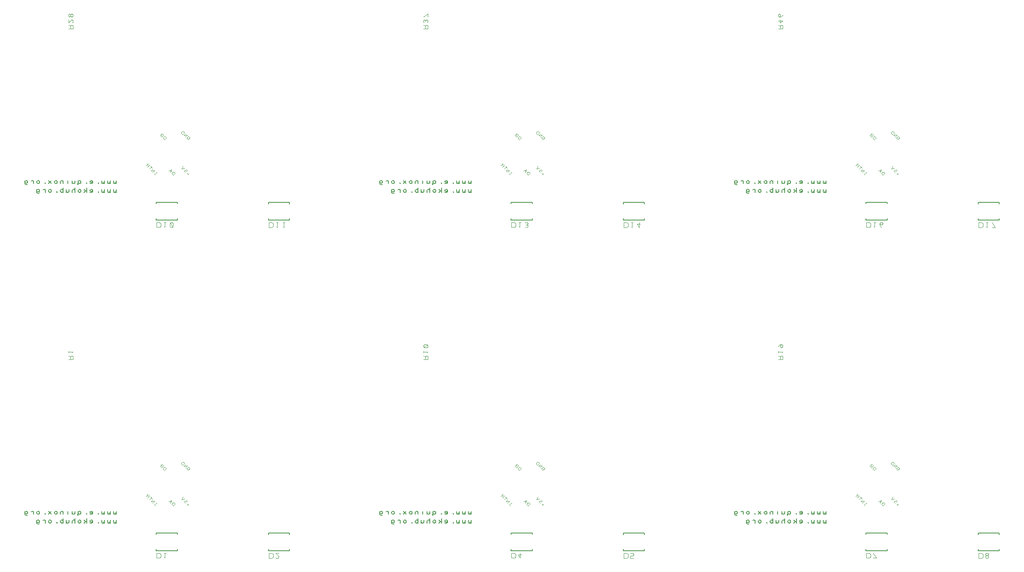
<source format=gbr>
%FSLAX23Y23*%
%MOIN*%
G04 EasyPC Gerber Version 14.0.2 Build 2922 *
%ADD113C,0.00400*%
%ADD112C,0.00448*%
%ADD110C,0.00480*%
%ADD111C,0.00600*%
%ADD109C,0.00750*%
X0Y0D02*
D02*
D109*
X804Y484D02*
Y463D01*
X801Y459*
X794*
X791Y463*
Y472*
Y463D02*
X788Y459D01*
X782*
X779Y463*
Y484*
X754D02*
Y463D01*
X751Y459*
X744*
X741Y463*
Y472*
Y463D02*
X738Y459D01*
X732*
X729Y463*
Y484*
X704D02*
Y463D01*
X701Y459*
X694*
X691Y463*
Y472*
Y463D02*
X688Y459D01*
X682*
X679Y463*
Y484*
X651Y459D02*
X648Y463D01*
X651Y466*
X654Y463*
X651Y459*
X579Y463D02*
X582Y459D01*
X588*
X594*
X601Y463*
X604Y469*
Y478*
X601Y481*
X594Y484*
X588*
X582Y481*
X579Y478*
Y475*
X582Y472*
X588Y469*
X594*
X601Y472*
X604Y475*
X554Y459D02*
Y497D01*
Y472D02*
X544D01*
X529Y484*
X544Y472D02*
X529Y459D01*
X504Y469D02*
X501Y463D01*
X494Y459*
X488*
X482Y463*
X479Y469*
Y475*
X482Y481*
X488Y484*
X494*
X501Y481*
X504Y475*
Y469*
X454Y459D02*
Y497D01*
Y475D02*
X451Y481D01*
X444Y484*
X438*
X432Y481*
X429Y475*
Y459*
X404Y484D02*
Y469D01*
X401Y463*
X394Y459*
X388*
X382Y463*
X379Y469*
Y484D02*
Y459D01*
X354Y469D02*
X351Y463D01*
X344Y459*
X338*
X332Y463*
X329Y469*
Y475*
X332Y481*
X338Y484*
X344*
X351Y481*
X354Y475*
Y459D02*
Y497D01*
X301Y459D02*
X297Y463D01*
X301Y466*
X304Y463*
X301Y459*
X254Y469D02*
X251Y463D01*
X244Y459*
X238*
X232Y463*
X229Y469*
Y475*
X232Y481*
X238Y484*
X244*
X251Y481*
X254Y475*
Y469*
X204Y459D02*
Y484D01*
Y475D02*
X201Y481D01*
X194Y484*
X188*
X182Y481*
X129Y475D02*
X132Y481D01*
X138Y484*
X144*
X151Y481*
X154Y475*
Y472*
X151Y466*
X144Y463*
X138*
X132Y466*
X129Y472*
Y484D02*
Y459D01*
X132Y453*
X138Y450*
X147*
X154Y453*
X804Y559D02*
Y538D01*
X801Y534*
X794*
X791Y538*
Y547*
Y538D02*
X788Y534D01*
X782*
X779Y538*
Y559*
X754D02*
Y538D01*
X751Y534*
X744*
X741Y538*
Y547*
Y538D02*
X738Y534D01*
X732*
X729Y538*
Y559*
X704D02*
Y538D01*
X701Y534*
X694*
X691Y538*
Y547*
Y538D02*
X688Y534D01*
X682*
X679Y538*
Y559*
X651Y534D02*
X648Y538D01*
X651Y541*
X654Y538*
X651Y534*
X579Y538D02*
X582Y534D01*
X588*
X594*
X601Y538*
X604Y544*
Y553*
X601Y556*
X594Y559*
X588*
X582Y556*
X579Y553*
Y550*
X582Y547*
X588Y544*
X594*
X601Y547*
X604Y550*
X551Y534D02*
X548Y538D01*
X551Y541*
X554Y538*
X551Y534*
X479Y550D02*
X482Y556D01*
X488Y559*
X494*
X501Y556*
X504Y550*
Y544*
X501Y538*
X494Y534*
X488*
X482Y538*
X479Y544*
Y559D02*
Y525D01*
X473Y531*
X454Y559D02*
Y544D01*
X451Y538*
X444Y534*
X438*
X432Y538*
X429Y544*
Y559D02*
Y534D01*
X391D02*
Y559D01*
Y569D02*
X354Y534*
Y559D01*
Y550D02*
X351Y556D01*
X344Y559*
X338*
X332Y556*
X329Y550*
Y534*
X304Y544D02*
X301Y538D01*
X294Y534*
X288*
X282Y538*
X279Y544*
Y550*
X282Y556*
X288Y559*
X294*
X301Y556*
X304Y550*
Y544*
X254Y534D02*
X229Y559D01*
Y534D02*
X254Y559D01*
X201Y534D02*
X198Y538D01*
X201Y541*
X204Y538*
X201Y534*
X154Y544D02*
X151Y538D01*
X144Y534*
X138*
X132Y538*
X129Y544*
Y550*
X132Y556*
X138Y559*
X144*
X151Y556*
X154Y550*
Y544*
X104Y534D02*
Y559D01*
Y550D02*
X101Y556D01*
X94Y559*
X88*
X82Y556*
X29Y550D02*
X32Y556D01*
X38Y559*
X44*
X51Y556*
X54Y550*
Y547*
X51Y541*
X44Y538*
X38*
X32Y541*
X29Y547*
Y559D02*
Y534D01*
X32Y528*
X38Y525*
X48*
X54Y528*
X804Y3284D02*
Y3263D01*
X801Y3259*
X794*
X791Y3263*
Y3272*
Y3263D02*
X788Y3259D01*
X782*
X779Y3263*
Y3284*
X754D02*
Y3263D01*
X751Y3259*
X744*
X741Y3263*
Y3272*
Y3263D02*
X738Y3259D01*
X732*
X729Y3263*
Y3284*
X704D02*
Y3263D01*
X701Y3259*
X694*
X691Y3263*
Y3272*
Y3263D02*
X688Y3259D01*
X682*
X679Y3263*
Y3284*
X651Y3259D02*
X648Y3263D01*
X651Y3266*
X654Y3263*
X651Y3259*
X579Y3263D02*
X582Y3259D01*
X588*
X594*
X601Y3263*
X604Y3269*
Y3278*
X601Y3281*
X594Y3284*
X588*
X582Y3281*
X579Y3278*
Y3275*
X582Y3272*
X588Y3269*
X594*
X601Y3272*
X604Y3275*
X554Y3259D02*
Y3297D01*
Y3272D02*
X544D01*
X529Y3284*
X544Y3272D02*
X529Y3259D01*
X504Y3269D02*
X501Y3263D01*
X494Y3259*
X488*
X482Y3263*
X479Y3269*
Y3275*
X482Y3281*
X488Y3284*
X494*
X501Y3281*
X504Y3275*
Y3269*
X454Y3259D02*
Y3297D01*
Y3275D02*
X451Y3281D01*
X444Y3284*
X438*
X432Y3281*
X429Y3275*
Y3259*
X404Y3284D02*
Y3269D01*
X401Y3263*
X394Y3259*
X388*
X382Y3263*
X379Y3269*
Y3284D02*
Y3259D01*
X354Y3269D02*
X351Y3263D01*
X344Y3259*
X338*
X332Y3263*
X329Y3269*
Y3275*
X332Y3281*
X338Y3284*
X344*
X351Y3281*
X354Y3275*
Y3259D02*
Y3297D01*
X301Y3259D02*
X297Y3263D01*
X301Y3266*
X304Y3263*
X301Y3259*
X254Y3269D02*
X251Y3263D01*
X244Y3259*
X238*
X232Y3263*
X229Y3269*
Y3275*
X232Y3281*
X238Y3284*
X244*
X251Y3281*
X254Y3275*
Y3269*
X204Y3259D02*
Y3284D01*
Y3275D02*
X201Y3281D01*
X194Y3284*
X188*
X182Y3281*
X129Y3275D02*
X132Y3281D01*
X138Y3284*
X144*
X151Y3281*
X154Y3275*
Y3272*
X151Y3266*
X144Y3263*
X138*
X132Y3266*
X129Y3272*
Y3284D02*
Y3259D01*
X132Y3253*
X138Y3250*
X147*
X154Y3253*
X804Y3359D02*
Y3338D01*
X801Y3334*
X794*
X791Y3338*
Y3347*
Y3338D02*
X788Y3334D01*
X782*
X779Y3338*
Y3359*
X754D02*
Y3338D01*
X751Y3334*
X744*
X741Y3338*
Y3347*
Y3338D02*
X738Y3334D01*
X732*
X729Y3338*
Y3359*
X704D02*
Y3338D01*
X701Y3334*
X694*
X691Y3338*
Y3347*
Y3338D02*
X688Y3334D01*
X682*
X679Y3338*
Y3359*
X651Y3334D02*
X648Y3338D01*
X651Y3341*
X654Y3338*
X651Y3334*
X579Y3338D02*
X582Y3334D01*
X588*
X594*
X601Y3338*
X604Y3344*
Y3353*
X601Y3356*
X594Y3359*
X588*
X582Y3356*
X579Y3353*
Y3350*
X582Y3347*
X588Y3344*
X594*
X601Y3347*
X604Y3350*
X551Y3334D02*
X548Y3338D01*
X551Y3341*
X554Y3338*
X551Y3334*
X479Y3350D02*
X482Y3356D01*
X488Y3359*
X494*
X501Y3356*
X504Y3350*
Y3344*
X501Y3338*
X494Y3334*
X488*
X482Y3338*
X479Y3344*
Y3359D02*
Y3325D01*
X473Y3331*
X454Y3359D02*
Y3344D01*
X451Y3338*
X444Y3334*
X438*
X432Y3338*
X429Y3344*
Y3359D02*
Y3334D01*
X391D02*
Y3359D01*
Y3369D02*
X354Y3334*
Y3359D01*
Y3350D02*
X351Y3356D01*
X344Y3359*
X338*
X332Y3356*
X329Y3350*
Y3334*
X304Y3344D02*
X301Y3338D01*
X294Y3334*
X288*
X282Y3338*
X279Y3344*
Y3350*
X282Y3356*
X288Y3359*
X294*
X301Y3356*
X304Y3350*
Y3344*
X254Y3334D02*
X229Y3359D01*
Y3334D02*
X254Y3359D01*
X201Y3334D02*
X198Y3338D01*
X201Y3341*
X204Y3338*
X201Y3334*
X154Y3344D02*
X151Y3338D01*
X144Y3334*
X138*
X132Y3338*
X129Y3344*
Y3350*
X132Y3356*
X138Y3359*
X144*
X151Y3356*
X154Y3350*
Y3344*
X104Y3334D02*
Y3359D01*
Y3350D02*
X101Y3356D01*
X94Y3359*
X88*
X82Y3356*
X29Y3350D02*
X32Y3356D01*
X38Y3359*
X44*
X51Y3356*
X54Y3350*
Y3347*
X51Y3341*
X44Y3338*
X38*
X32Y3341*
X29Y3347*
Y3359D02*
Y3334D01*
X32Y3328*
X38Y3325*
X48*
X54Y3328*
X3804Y484D02*
Y463D01*
X3801Y459*
X3794*
X3791Y463*
Y472*
Y463D02*
X3788Y459D01*
X3782*
X3779Y463*
Y484*
X3754D02*
Y463D01*
X3751Y459*
X3744*
X3741Y463*
Y472*
Y463D02*
X3738Y459D01*
X3732*
X3729Y463*
Y484*
X3704D02*
Y463D01*
X3701Y459*
X3694*
X3691Y463*
Y472*
Y463D02*
X3688Y459D01*
X3682*
X3679Y463*
Y484*
X3651Y459D02*
X3648Y463D01*
X3651Y466*
X3654Y463*
X3651Y459*
X3579Y463D02*
X3582Y459D01*
X3588*
X3594*
X3601Y463*
X3604Y469*
Y478*
X3601Y481*
X3594Y484*
X3588*
X3582Y481*
X3579Y478*
Y475*
X3582Y472*
X3588Y469*
X3594*
X3601Y472*
X3604Y475*
X3554Y459D02*
Y497D01*
Y472D02*
X3544D01*
X3529Y484*
X3544Y472D02*
X3529Y459D01*
X3504Y469D02*
X3501Y463D01*
X3494Y459*
X3488*
X3482Y463*
X3479Y469*
Y475*
X3482Y481*
X3488Y484*
X3494*
X3501Y481*
X3504Y475*
Y469*
X3454Y459D02*
Y497D01*
Y475D02*
X3451Y481D01*
X3444Y484*
X3438*
X3432Y481*
X3429Y475*
Y459*
X3404Y484D02*
Y469D01*
X3401Y463*
X3394Y459*
X3388*
X3382Y463*
X3379Y469*
Y484D02*
Y459D01*
X3354Y469D02*
X3351Y463D01*
X3344Y459*
X3338*
X3332Y463*
X3329Y469*
Y475*
X3332Y481*
X3338Y484*
X3344*
X3351Y481*
X3354Y475*
Y459D02*
Y497D01*
X3301Y459D02*
X3298Y463D01*
X3301Y466*
X3304Y463*
X3301Y459*
X3254Y469D02*
X3251Y463D01*
X3244Y459*
X3238*
X3232Y463*
X3229Y469*
Y475*
X3232Y481*
X3238Y484*
X3244*
X3251Y481*
X3254Y475*
Y469*
X3204Y459D02*
Y484D01*
Y475D02*
X3201Y481D01*
X3194Y484*
X3188*
X3182Y481*
X3129Y475D02*
X3132Y481D01*
X3138Y484*
X3144*
X3151Y481*
X3154Y475*
Y472*
X3151Y466*
X3144Y463*
X3138*
X3132Y466*
X3129Y472*
Y484D02*
Y459D01*
X3132Y453*
X3138Y450*
X3148*
X3154Y453*
X3804Y559D02*
Y538D01*
X3801Y534*
X3794*
X3791Y538*
Y547*
Y538D02*
X3788Y534D01*
X3782*
X3779Y538*
Y559*
X3754D02*
Y538D01*
X3751Y534*
X3744*
X3741Y538*
Y547*
Y538D02*
X3738Y534D01*
X3732*
X3729Y538*
Y559*
X3704D02*
Y538D01*
X3701Y534*
X3694*
X3691Y538*
Y547*
Y538D02*
X3688Y534D01*
X3682*
X3679Y538*
Y559*
X3651Y534D02*
X3648Y538D01*
X3651Y541*
X3654Y538*
X3651Y534*
X3579Y538D02*
X3582Y534D01*
X3588*
X3594*
X3601Y538*
X3604Y544*
Y553*
X3601Y556*
X3594Y559*
X3588*
X3582Y556*
X3579Y553*
Y550*
X3582Y547*
X3588Y544*
X3594*
X3601Y547*
X3604Y550*
X3551Y534D02*
X3548Y538D01*
X3551Y541*
X3554Y538*
X3551Y534*
X3479Y550D02*
X3482Y556D01*
X3488Y559*
X3494*
X3501Y556*
X3504Y550*
Y544*
X3501Y538*
X3494Y534*
X3488*
X3482Y538*
X3479Y544*
Y559D02*
Y525D01*
X3473Y531*
X3454Y559D02*
Y544D01*
X3451Y538*
X3444Y534*
X3438*
X3432Y538*
X3429Y544*
Y559D02*
Y534D01*
X3391D02*
Y559D01*
Y569D02*
X3354Y534*
Y559D01*
Y550D02*
X3351Y556D01*
X3344Y559*
X3338*
X3332Y556*
X3329Y550*
Y534*
X3304Y544D02*
X3301Y538D01*
X3294Y534*
X3288*
X3282Y538*
X3279Y544*
Y550*
X3282Y556*
X3288Y559*
X3294*
X3301Y556*
X3304Y550*
Y544*
X3254Y534D02*
X3229Y559D01*
Y534D02*
X3254Y559D01*
X3201Y534D02*
X3198Y538D01*
X3201Y541*
X3204Y538*
X3201Y534*
X3154Y544D02*
X3151Y538D01*
X3144Y534*
X3138*
X3132Y538*
X3129Y544*
Y550*
X3132Y556*
X3138Y559*
X3144*
X3151Y556*
X3154Y550*
Y544*
X3104Y534D02*
Y559D01*
Y550D02*
X3101Y556D01*
X3094Y559*
X3088*
X3082Y556*
X3029Y550D02*
X3032Y556D01*
X3038Y559*
X3044*
X3051Y556*
X3054Y550*
Y547*
X3051Y541*
X3044Y538*
X3038*
X3032Y541*
X3029Y547*
Y559D02*
Y534D01*
X3032Y528*
X3038Y525*
X3048*
X3054Y528*
X3804Y3284D02*
Y3263D01*
X3801Y3259*
X3794*
X3791Y3263*
Y3272*
Y3263D02*
X3788Y3259D01*
X3782*
X3779Y3263*
Y3284*
X3754D02*
Y3263D01*
X3751Y3259*
X3744*
X3741Y3263*
Y3272*
Y3263D02*
X3738Y3259D01*
X3732*
X3729Y3263*
Y3284*
X3704D02*
Y3263D01*
X3701Y3259*
X3694*
X3691Y3263*
Y3272*
Y3263D02*
X3688Y3259D01*
X3682*
X3679Y3263*
Y3284*
X3651Y3259D02*
X3648Y3263D01*
X3651Y3266*
X3654Y3263*
X3651Y3259*
X3579Y3263D02*
X3582Y3259D01*
X3588*
X3594*
X3601Y3263*
X3604Y3269*
Y3278*
X3601Y3281*
X3594Y3284*
X3588*
X3582Y3281*
X3579Y3278*
Y3275*
X3582Y3272*
X3588Y3269*
X3594*
X3601Y3272*
X3604Y3275*
X3554Y3259D02*
Y3297D01*
Y3272D02*
X3544D01*
X3529Y3284*
X3544Y3272D02*
X3529Y3259D01*
X3504Y3269D02*
X3501Y3263D01*
X3494Y3259*
X3488*
X3482Y3263*
X3479Y3269*
Y3275*
X3482Y3281*
X3488Y3284*
X3494*
X3501Y3281*
X3504Y3275*
Y3269*
X3454Y3259D02*
Y3297D01*
Y3275D02*
X3451Y3281D01*
X3444Y3284*
X3438*
X3432Y3281*
X3429Y3275*
Y3259*
X3404Y3284D02*
Y3269D01*
X3401Y3263*
X3394Y3259*
X3388*
X3382Y3263*
X3379Y3269*
Y3284D02*
Y3259D01*
X3354Y3269D02*
X3351Y3263D01*
X3344Y3259*
X3338*
X3332Y3263*
X3329Y3269*
Y3275*
X3332Y3281*
X3338Y3284*
X3344*
X3351Y3281*
X3354Y3275*
Y3259D02*
Y3297D01*
X3301Y3259D02*
X3298Y3263D01*
X3301Y3266*
X3304Y3263*
X3301Y3259*
X3254Y3269D02*
X3251Y3263D01*
X3244Y3259*
X3238*
X3232Y3263*
X3229Y3269*
Y3275*
X3232Y3281*
X3238Y3284*
X3244*
X3251Y3281*
X3254Y3275*
Y3269*
X3204Y3259D02*
Y3284D01*
Y3275D02*
X3201Y3281D01*
X3194Y3284*
X3188*
X3182Y3281*
X3129Y3275D02*
X3132Y3281D01*
X3138Y3284*
X3144*
X3151Y3281*
X3154Y3275*
Y3272*
X3151Y3266*
X3144Y3263*
X3138*
X3132Y3266*
X3129Y3272*
Y3284D02*
Y3259D01*
X3132Y3253*
X3138Y3250*
X3148*
X3154Y3253*
X3804Y3359D02*
Y3338D01*
X3801Y3334*
X3794*
X3791Y3338*
Y3347*
Y3338D02*
X3788Y3334D01*
X3782*
X3779Y3338*
Y3359*
X3754D02*
Y3338D01*
X3751Y3334*
X3744*
X3741Y3338*
Y3347*
Y3338D02*
X3738Y3334D01*
X3732*
X3729Y3338*
Y3359*
X3704D02*
Y3338D01*
X3701Y3334*
X3694*
X3691Y3338*
Y3347*
Y3338D02*
X3688Y3334D01*
X3682*
X3679Y3338*
Y3359*
X3651Y3334D02*
X3648Y3338D01*
X3651Y3341*
X3654Y3338*
X3651Y3334*
X3579Y3338D02*
X3582Y3334D01*
X3588*
X3594*
X3601Y3338*
X3604Y3344*
Y3353*
X3601Y3356*
X3594Y3359*
X3588*
X3582Y3356*
X3579Y3353*
Y3350*
X3582Y3347*
X3588Y3344*
X3594*
X3601Y3347*
X3604Y3350*
X3551Y3334D02*
X3548Y3338D01*
X3551Y3341*
X3554Y3338*
X3551Y3334*
X3479Y3350D02*
X3482Y3356D01*
X3488Y3359*
X3494*
X3501Y3356*
X3504Y3350*
Y3344*
X3501Y3338*
X3494Y3334*
X3488*
X3482Y3338*
X3479Y3344*
Y3359D02*
Y3325D01*
X3473Y3331*
X3454Y3359D02*
Y3344D01*
X3451Y3338*
X3444Y3334*
X3438*
X3432Y3338*
X3429Y3344*
Y3359D02*
Y3334D01*
X3391D02*
Y3359D01*
Y3369D02*
X3354Y3334*
Y3359D01*
Y3350D02*
X3351Y3356D01*
X3344Y3359*
X3338*
X3332Y3356*
X3329Y3350*
Y3334*
X3304Y3344D02*
X3301Y3338D01*
X3294Y3334*
X3288*
X3282Y3338*
X3279Y3344*
Y3350*
X3282Y3356*
X3288Y3359*
X3294*
X3301Y3356*
X3304Y3350*
Y3344*
X3254Y3334D02*
X3229Y3359D01*
Y3334D02*
X3254Y3359D01*
X3201Y3334D02*
X3198Y3338D01*
X3201Y3341*
X3204Y3338*
X3201Y3334*
X3154Y3344D02*
X3151Y3338D01*
X3144Y3334*
X3138*
X3132Y3338*
X3129Y3344*
Y3350*
X3132Y3356*
X3138Y3359*
X3144*
X3151Y3356*
X3154Y3350*
Y3344*
X3104Y3334D02*
Y3359D01*
Y3350D02*
X3101Y3356D01*
X3094Y3359*
X3088*
X3082Y3356*
X3029Y3350D02*
X3032Y3356D01*
X3038Y3359*
X3044*
X3051Y3356*
X3054Y3350*
Y3347*
X3051Y3341*
X3044Y3338*
X3038*
X3032Y3341*
X3029Y3347*
Y3359D02*
Y3334D01*
X3032Y3328*
X3038Y3325*
X3048*
X3054Y3328*
X6804Y484D02*
Y463D01*
X6801Y459*
X6794*
X6791Y463*
Y472*
Y463D02*
X6788Y459D01*
X6782*
X6779Y463*
Y484*
X6754D02*
Y463D01*
X6751Y459*
X6744*
X6741Y463*
Y472*
Y463D02*
X6738Y459D01*
X6732*
X6729Y463*
Y484*
X6704D02*
Y463D01*
X6701Y459*
X6694*
X6691Y463*
Y472*
Y463D02*
X6688Y459D01*
X6682*
X6679Y463*
Y484*
X6651Y459D02*
X6648Y463D01*
X6651Y466*
X6654Y463*
X6651Y459*
X6579Y463D02*
X6582Y459D01*
X6588*
X6594*
X6601Y463*
X6604Y469*
Y478*
X6601Y481*
X6594Y484*
X6588*
X6582Y481*
X6579Y478*
Y475*
X6582Y472*
X6588Y469*
X6594*
X6601Y472*
X6604Y475*
X6554Y459D02*
Y497D01*
Y472D02*
X6544D01*
X6529Y484*
X6544Y472D02*
X6529Y459D01*
X6504Y469D02*
X6501Y463D01*
X6494Y459*
X6488*
X6482Y463*
X6479Y469*
Y475*
X6482Y481*
X6488Y484*
X6494*
X6501Y481*
X6504Y475*
Y469*
X6454Y459D02*
Y497D01*
Y475D02*
X6451Y481D01*
X6444Y484*
X6438*
X6432Y481*
X6429Y475*
Y459*
X6404Y484D02*
Y469D01*
X6401Y463*
X6394Y459*
X6388*
X6382Y463*
X6379Y469*
Y484D02*
Y459D01*
X6354Y469D02*
X6351Y463D01*
X6344Y459*
X6338*
X6332Y463*
X6329Y469*
Y475*
X6332Y481*
X6338Y484*
X6344*
X6351Y481*
X6354Y475*
Y459D02*
Y497D01*
X6301Y459D02*
X6298Y463D01*
X6301Y466*
X6304Y463*
X6301Y459*
X6254Y469D02*
X6251Y463D01*
X6244Y459*
X6238*
X6232Y463*
X6229Y469*
Y475*
X6232Y481*
X6238Y484*
X6244*
X6251Y481*
X6254Y475*
Y469*
X6204Y459D02*
Y484D01*
Y475D02*
X6201Y481D01*
X6194Y484*
X6188*
X6182Y481*
X6129Y475D02*
X6132Y481D01*
X6138Y484*
X6144*
X6151Y481*
X6154Y475*
Y472*
X6151Y466*
X6144Y463*
X6138*
X6132Y466*
X6129Y472*
Y484D02*
Y459D01*
X6132Y453*
X6138Y450*
X6148*
X6154Y453*
X6804Y559D02*
Y538D01*
X6801Y534*
X6794*
X6791Y538*
Y547*
Y538D02*
X6788Y534D01*
X6782*
X6779Y538*
Y559*
X6754D02*
Y538D01*
X6751Y534*
X6744*
X6741Y538*
Y547*
Y538D02*
X6738Y534D01*
X6732*
X6729Y538*
Y559*
X6704D02*
Y538D01*
X6701Y534*
X6694*
X6691Y538*
Y547*
Y538D02*
X6688Y534D01*
X6682*
X6679Y538*
Y559*
X6651Y534D02*
X6648Y538D01*
X6651Y541*
X6654Y538*
X6651Y534*
X6579Y538D02*
X6582Y534D01*
X6588*
X6594*
X6601Y538*
X6604Y544*
Y553*
X6601Y556*
X6594Y559*
X6588*
X6582Y556*
X6579Y553*
Y550*
X6582Y547*
X6588Y544*
X6594*
X6601Y547*
X6604Y550*
X6551Y534D02*
X6548Y538D01*
X6551Y541*
X6554Y538*
X6551Y534*
X6479Y550D02*
X6482Y556D01*
X6488Y559*
X6494*
X6501Y556*
X6504Y550*
Y544*
X6501Y538*
X6494Y534*
X6488*
X6482Y538*
X6479Y544*
Y559D02*
Y525D01*
X6473Y531*
X6454Y559D02*
Y544D01*
X6451Y538*
X6444Y534*
X6438*
X6432Y538*
X6429Y544*
Y559D02*
Y534D01*
X6391D02*
Y559D01*
Y569D02*
X6354Y534*
Y559D01*
Y550D02*
X6351Y556D01*
X6344Y559*
X6338*
X6332Y556*
X6329Y550*
Y534*
X6304Y544D02*
X6301Y538D01*
X6294Y534*
X6288*
X6282Y538*
X6279Y544*
Y550*
X6282Y556*
X6288Y559*
X6294*
X6301Y556*
X6304Y550*
Y544*
X6254Y534D02*
X6229Y559D01*
Y534D02*
X6254Y559D01*
X6201Y534D02*
X6198Y538D01*
X6201Y541*
X6204Y538*
X6201Y534*
X6154Y544D02*
X6151Y538D01*
X6144Y534*
X6138*
X6132Y538*
X6129Y544*
Y550*
X6132Y556*
X6138Y559*
X6144*
X6151Y556*
X6154Y550*
Y544*
X6104Y534D02*
Y559D01*
Y550D02*
X6101Y556D01*
X6094Y559*
X6088*
X6082Y556*
X6029Y550D02*
X6032Y556D01*
X6038Y559*
X6044*
X6051Y556*
X6054Y550*
Y547*
X6051Y541*
X6044Y538*
X6038*
X6032Y541*
X6029Y547*
Y559D02*
Y534D01*
X6032Y528*
X6038Y525*
X6048*
X6054Y528*
X6804Y3284D02*
Y3263D01*
X6801Y3259*
X6794*
X6791Y3263*
Y3272*
Y3263D02*
X6788Y3259D01*
X6782*
X6779Y3263*
Y3284*
X6754D02*
Y3263D01*
X6751Y3259*
X6744*
X6741Y3263*
Y3272*
Y3263D02*
X6738Y3259D01*
X6732*
X6729Y3263*
Y3284*
X6704D02*
Y3263D01*
X6701Y3259*
X6694*
X6691Y3263*
Y3272*
Y3263D02*
X6688Y3259D01*
X6682*
X6679Y3263*
Y3284*
X6651Y3259D02*
X6648Y3263D01*
X6651Y3266*
X6654Y3263*
X6651Y3259*
X6579Y3263D02*
X6582Y3259D01*
X6588*
X6594*
X6601Y3263*
X6604Y3269*
Y3278*
X6601Y3281*
X6594Y3284*
X6588*
X6582Y3281*
X6579Y3278*
Y3275*
X6582Y3272*
X6588Y3269*
X6594*
X6601Y3272*
X6604Y3275*
X6554Y3259D02*
Y3297D01*
Y3272D02*
X6544D01*
X6529Y3284*
X6544Y3272D02*
X6529Y3259D01*
X6504Y3269D02*
X6501Y3263D01*
X6494Y3259*
X6488*
X6482Y3263*
X6479Y3269*
Y3275*
X6482Y3281*
X6488Y3284*
X6494*
X6501Y3281*
X6504Y3275*
Y3269*
X6454Y3259D02*
Y3297D01*
Y3275D02*
X6451Y3281D01*
X6444Y3284*
X6438*
X6432Y3281*
X6429Y3275*
Y3259*
X6404Y3284D02*
Y3269D01*
X6401Y3263*
X6394Y3259*
X6388*
X6382Y3263*
X6379Y3269*
Y3284D02*
Y3259D01*
X6354Y3269D02*
X6351Y3263D01*
X6344Y3259*
X6338*
X6332Y3263*
X6329Y3269*
Y3275*
X6332Y3281*
X6338Y3284*
X6344*
X6351Y3281*
X6354Y3275*
Y3259D02*
Y3297D01*
X6301Y3259D02*
X6298Y3263D01*
X6301Y3266*
X6304Y3263*
X6301Y3259*
X6254Y3269D02*
X6251Y3263D01*
X6244Y3259*
X6238*
X6232Y3263*
X6229Y3269*
Y3275*
X6232Y3281*
X6238Y3284*
X6244*
X6251Y3281*
X6254Y3275*
Y3269*
X6204Y3259D02*
Y3284D01*
Y3275D02*
X6201Y3281D01*
X6194Y3284*
X6188*
X6182Y3281*
X6129Y3275D02*
X6132Y3281D01*
X6138Y3284*
X6144*
X6151Y3281*
X6154Y3275*
Y3272*
X6151Y3266*
X6144Y3263*
X6138*
X6132Y3266*
X6129Y3272*
Y3284D02*
Y3259D01*
X6132Y3253*
X6138Y3250*
X6148*
X6154Y3253*
X6804Y3359D02*
Y3338D01*
X6801Y3334*
X6794*
X6791Y3338*
Y3347*
Y3338D02*
X6788Y3334D01*
X6782*
X6779Y3338*
Y3359*
X6754D02*
Y3338D01*
X6751Y3334*
X6744*
X6741Y3338*
Y3347*
Y3338D02*
X6738Y3334D01*
X6732*
X6729Y3338*
Y3359*
X6704D02*
Y3338D01*
X6701Y3334*
X6694*
X6691Y3338*
Y3347*
Y3338D02*
X6688Y3334D01*
X6682*
X6679Y3338*
Y3359*
X6651Y3334D02*
X6648Y3338D01*
X6651Y3341*
X6654Y3338*
X6651Y3334*
X6579Y3338D02*
X6582Y3334D01*
X6588*
X6594*
X6601Y3338*
X6604Y3344*
Y3353*
X6601Y3356*
X6594Y3359*
X6588*
X6582Y3356*
X6579Y3353*
Y3350*
X6582Y3347*
X6588Y3344*
X6594*
X6601Y3347*
X6604Y3350*
X6551Y3334D02*
X6548Y3338D01*
X6551Y3341*
X6554Y3338*
X6551Y3334*
X6479Y3350D02*
X6482Y3356D01*
X6488Y3359*
X6494*
X6501Y3356*
X6504Y3350*
Y3344*
X6501Y3338*
X6494Y3334*
X6488*
X6482Y3338*
X6479Y3344*
Y3359D02*
Y3325D01*
X6473Y3331*
X6454Y3359D02*
Y3344D01*
X6451Y3338*
X6444Y3334*
X6438*
X6432Y3338*
X6429Y3344*
Y3359D02*
Y3334D01*
X6391D02*
Y3359D01*
Y3369D02*
X6354Y3334*
Y3359D01*
Y3350D02*
X6351Y3356D01*
X6344Y3359*
X6338*
X6332Y3356*
X6329Y3350*
Y3334*
X6304Y3344D02*
X6301Y3338D01*
X6294Y3334*
X6288*
X6282Y3338*
X6279Y3344*
Y3350*
X6282Y3356*
X6288Y3359*
X6294*
X6301Y3356*
X6304Y3350*
Y3344*
X6254Y3334D02*
X6229Y3359D01*
Y3334D02*
X6254Y3359D01*
X6201Y3334D02*
X6198Y3338D01*
X6201Y3341*
X6204Y3338*
X6201Y3334*
X6154Y3344D02*
X6151Y3338D01*
X6144Y3334*
X6138*
X6132Y3338*
X6129Y3344*
Y3350*
X6132Y3356*
X6138Y3359*
X6144*
X6151Y3356*
X6154Y3350*
Y3344*
X6104Y3334D02*
Y3359D01*
Y3350D02*
X6101Y3356D01*
X6094Y3359*
X6088*
X6082Y3356*
X6029Y3350D02*
X6032Y3356D01*
X6038Y3359*
X6044*
X6051Y3356*
X6054Y3350*
Y3347*
X6051Y3341*
X6044Y3338*
X6038*
X6032Y3341*
X6029Y3347*
Y3359D02*
Y3334D01*
X6032Y3328*
X6038Y3325*
X6048*
X6054Y3328*
D02*
D110*
X1129Y608D02*
X1123Y614D01*
X1126Y611D02*
X1143Y628D01*
X1146Y625D02*
X1140Y631D01*
X1110Y627D02*
X1127Y644D01*
X1096Y641*
X1113Y658*
X1081Y657D02*
X1098Y674D01*
X1105Y666D02*
X1091Y681D01*
X1065Y672D02*
X1082Y689D01*
X1072Y699*
X1068Y700*
X1064Y699*
X1062Y695*
X1064Y691*
X1074Y681*
X1064Y691D02*
X1051Y686D01*
X1129Y3408D02*
X1123Y3414D01*
X1126Y3411D02*
X1143Y3428D01*
X1146Y3425D02*
X1140Y3431D01*
X1110Y3427D02*
X1127Y3444D01*
X1096Y3441*
X1113Y3458*
X1081Y3457D02*
X1098Y3474D01*
X1105Y3466D02*
X1091Y3481D01*
X1065Y3472D02*
X1082Y3489D01*
X1072Y3499*
X1068Y3500*
X1064Y3499*
X1062Y3495*
X1064Y3491*
X1074Y3481*
X1064Y3491D02*
X1051Y3486D01*
X1208Y904D02*
X1225Y921D01*
X1216Y930*
X1212Y931*
X1209*
X1205Y930*
X1200Y924*
X1198Y920*
Y917*
X1200Y913*
X1208Y904*
X1184Y945D02*
X1180Y947D01*
X1175Y945*
X1174Y941*
X1175Y937*
X1185Y927*
X1202Y944*
X1192Y954*
X1188Y955*
X1184Y954*
X1183Y949*
X1184Y945*
X1194Y935*
X1208Y3704D02*
X1225Y3721D01*
X1216Y3730*
X1212Y3731*
X1209*
X1205Y3730*
X1200Y3724*
X1198Y3720*
Y3717*
X1200Y3713*
X1208Y3704*
X1184Y3745D02*
X1180Y3747D01*
X1175Y3745*
X1174Y3741*
X1175Y3737*
X1185Y3727*
X1202Y3744*
X1192Y3754*
X1188Y3755*
X1184Y3754*
X1183Y3749*
X1184Y3745*
X1194Y3735*
X1283Y604D02*
X1300Y621D01*
X1291Y630*
X1287Y631*
X1284*
X1280Y630*
X1275Y624*
X1273Y620*
Y617*
X1275Y613*
X1283Y604*
X1260Y627D02*
X1270Y651D01*
X1246Y641*
X1265Y637D02*
X1256Y645D01*
X1283Y3404D02*
X1300Y3421D01*
X1291Y3430*
X1287Y3431*
X1284*
X1280Y3430*
X1275Y3424*
X1273Y3420*
Y3417*
X1275Y3413*
X1283Y3404*
X1260Y3427D02*
X1270Y3451D01*
X1246Y3441*
X1265Y3437D02*
X1256Y3445D01*
X1414Y610D02*
X1402Y621D01*
Y610D02*
X1414Y621D01*
X1387Y628D02*
X1383Y630D01*
X1378Y634*
X1377Y638*
X1378Y642*
X1380Y644*
X1384Y645*
X1388Y644*
X1395Y637*
X1402Y644*
X1391Y655*
X1380Y666D02*
X1356Y657D01*
X1366Y681*
X1405Y921D02*
X1401Y925D01*
X1400Y924*
X1398Y920*
Y917*
X1400Y913*
X1402Y910*
X1407Y908*
X1409*
X1414Y910*
X1419Y916*
X1421Y920*
Y923*
X1419Y927*
X1416Y930*
X1412Y931*
X1409*
X1405Y930*
X1385Y927D02*
X1402Y944D01*
X1371Y941*
X1388Y958*
X1363Y949D02*
X1380Y966D01*
X1371Y975*
X1367Y976*
X1364*
X1360Y975*
X1354Y969*
X1353Y965*
Y962*
X1354Y958*
X1363Y949*
X1414Y3410D02*
X1402Y3421D01*
Y3410D02*
X1414Y3421D01*
X1387Y3428D02*
X1383Y3430D01*
X1378Y3434*
X1377Y3438*
X1378Y3442*
X1380Y3444*
X1384Y3445*
X1388Y3444*
X1395Y3437*
X1402Y3444*
X1391Y3455*
X1380Y3466D02*
X1356Y3457D01*
X1366Y3481*
X1405Y3721D02*
X1401Y3725D01*
X1400Y3724*
X1398Y3720*
Y3717*
X1400Y3713*
X1402Y3710*
X1407Y3708*
X1409*
X1414Y3710*
X1419Y3716*
X1421Y3720*
Y3723*
X1419Y3727*
X1416Y3730*
X1412Y3731*
X1409*
X1405Y3730*
X1385Y3727D02*
X1402Y3744D01*
X1371Y3741*
X1388Y3758*
X1363Y3749D02*
X1380Y3766D01*
X1371Y3775*
X1367Y3776*
X1364*
X1360Y3775*
X1354Y3769*
X1353Y3765*
Y3762*
X1354Y3758*
X1363Y3749*
X4129Y608D02*
X4123Y614D01*
X4126Y611D02*
X4143Y628D01*
X4146Y625D02*
X4140Y631D01*
X4110Y627D02*
X4127Y644D01*
X4096Y641*
X4113Y658*
X4081Y657D02*
X4098Y674D01*
X4105Y666D02*
X4091Y681D01*
X4065Y672D02*
X4082Y689D01*
X4072Y699*
X4068Y700*
X4064Y699*
X4062Y695*
X4064Y691*
X4074Y681*
X4064Y691D02*
X4051Y686D01*
X4129Y3408D02*
X4123Y3414D01*
X4126Y3411D02*
X4143Y3428D01*
X4146Y3425D02*
X4140Y3431D01*
X4110Y3427D02*
X4127Y3444D01*
X4096Y3441*
X4113Y3458*
X4081Y3457D02*
X4098Y3474D01*
X4105Y3466D02*
X4091Y3481D01*
X4065Y3472D02*
X4082Y3489D01*
X4072Y3499*
X4068Y3500*
X4064Y3499*
X4062Y3495*
X4064Y3491*
X4074Y3481*
X4064Y3491D02*
X4051Y3486D01*
X4208Y904D02*
X4225Y921D01*
X4216Y930*
X4212Y931*
X4209*
X4205Y930*
X4200Y924*
X4198Y920*
Y917*
X4200Y913*
X4208Y904*
X4184Y945D02*
X4180Y947D01*
X4175Y945*
X4174Y941*
X4175Y937*
X4185Y927*
X4202Y944*
X4192Y954*
X4188Y955*
X4184Y954*
X4183Y949*
X4184Y945*
X4194Y935*
X4208Y3704D02*
X4225Y3721D01*
X4216Y3730*
X4212Y3731*
X4209*
X4205Y3730*
X4200Y3724*
X4198Y3720*
Y3717*
X4200Y3713*
X4208Y3704*
X4184Y3745D02*
X4180Y3747D01*
X4175Y3745*
X4174Y3741*
X4175Y3737*
X4185Y3727*
X4202Y3744*
X4192Y3754*
X4188Y3755*
X4184Y3754*
X4183Y3749*
X4184Y3745*
X4194Y3735*
X4283Y604D02*
X4300Y621D01*
X4291Y630*
X4287Y631*
X4284*
X4280Y630*
X4275Y624*
X4273Y620*
Y617*
X4275Y613*
X4283Y604*
X4260Y627D02*
X4270Y651D01*
X4246Y641*
X4265Y637D02*
X4256Y645D01*
X4283Y3404D02*
X4300Y3421D01*
X4291Y3430*
X4287Y3431*
X4284*
X4280Y3430*
X4275Y3424*
X4273Y3420*
Y3417*
X4275Y3413*
X4283Y3404*
X4260Y3427D02*
X4270Y3451D01*
X4246Y3441*
X4265Y3437D02*
X4256Y3445D01*
X4414Y610D02*
X4402Y621D01*
Y610D02*
X4414Y621D01*
X4387Y628D02*
X4383Y630D01*
X4378Y634*
X4377Y638*
X4378Y642*
X4380Y644*
X4384Y645*
X4388Y644*
X4395Y637*
X4402Y644*
X4391Y655*
X4380Y666D02*
X4356Y657D01*
X4366Y681*
X4405Y921D02*
X4401Y925D01*
X4400Y924*
X4398Y920*
Y917*
X4400Y913*
X4402Y910*
X4407Y908*
X4409*
X4414Y910*
X4419Y916*
X4421Y920*
Y923*
X4419Y927*
X4416Y930*
X4412Y931*
X4409*
X4405Y930*
X4385Y927D02*
X4402Y944D01*
X4371Y941*
X4388Y958*
X4363Y949D02*
X4380Y966D01*
X4371Y975*
X4367Y976*
X4364*
X4360Y975*
X4354Y969*
X4353Y965*
Y962*
X4354Y958*
X4363Y949*
X4414Y3410D02*
X4402Y3421D01*
Y3410D02*
X4414Y3421D01*
X4387Y3428D02*
X4383Y3430D01*
X4378Y3434*
X4377Y3438*
X4378Y3442*
X4380Y3444*
X4384Y3445*
X4388Y3444*
X4395Y3437*
X4402Y3444*
X4391Y3455*
X4380Y3466D02*
X4356Y3457D01*
X4366Y3481*
X4405Y3721D02*
X4401Y3725D01*
X4400Y3724*
X4398Y3720*
Y3717*
X4400Y3713*
X4402Y3710*
X4407Y3708*
X4409*
X4414Y3710*
X4419Y3716*
X4421Y3720*
Y3723*
X4419Y3727*
X4416Y3730*
X4412Y3731*
X4409*
X4405Y3730*
X4385Y3727D02*
X4402Y3744D01*
X4371Y3741*
X4388Y3758*
X4363Y3749D02*
X4380Y3766D01*
X4371Y3775*
X4367Y3776*
X4364*
X4360Y3775*
X4354Y3769*
X4353Y3765*
Y3762*
X4354Y3758*
X4363Y3749*
X7129Y608D02*
X7123Y614D01*
X7126Y611D02*
X7143Y628D01*
X7146Y625D02*
X7140Y631D01*
X7110Y627D02*
X7127Y644D01*
X7096Y641*
X7113Y658*
X7081Y657D02*
X7098Y674D01*
X7105Y666D02*
X7091Y681D01*
X7065Y672D02*
X7082Y689D01*
X7072Y699*
X7068Y700*
X7064Y699*
X7062Y695*
X7064Y691*
X7074Y681*
X7064Y691D02*
X7051Y686D01*
X7129Y3408D02*
X7123Y3414D01*
X7126Y3411D02*
X7143Y3428D01*
X7146Y3425D02*
X7140Y3431D01*
X7110Y3427D02*
X7127Y3444D01*
X7096Y3441*
X7113Y3458*
X7081Y3457D02*
X7098Y3474D01*
X7105Y3466D02*
X7091Y3481D01*
X7065Y3472D02*
X7082Y3489D01*
X7072Y3499*
X7068Y3500*
X7064Y3499*
X7062Y3495*
X7064Y3491*
X7074Y3481*
X7064Y3491D02*
X7051Y3486D01*
X7208Y904D02*
X7225Y921D01*
X7216Y930*
X7212Y931*
X7209*
X7205Y930*
X7200Y924*
X7198Y920*
Y917*
X7200Y913*
X7208Y904*
X7184Y945D02*
X7180Y947D01*
X7175Y945*
X7174Y941*
X7175Y937*
X7185Y927*
X7202Y944*
X7192Y954*
X7188Y955*
X7184Y954*
X7183Y949*
X7184Y945*
X7194Y935*
X7208Y3704D02*
X7225Y3721D01*
X7216Y3730*
X7212Y3731*
X7209*
X7205Y3730*
X7200Y3724*
X7198Y3720*
Y3717*
X7200Y3713*
X7208Y3704*
X7184Y3745D02*
X7180Y3747D01*
X7175Y3745*
X7174Y3741*
X7175Y3737*
X7185Y3727*
X7202Y3744*
X7192Y3754*
X7188Y3755*
X7184Y3754*
X7183Y3749*
X7184Y3745*
X7194Y3735*
X7283Y604D02*
X7300Y621D01*
X7291Y630*
X7287Y631*
X7284*
X7280Y630*
X7275Y624*
X7273Y620*
Y617*
X7275Y613*
X7283Y604*
X7260Y627D02*
X7270Y651D01*
X7246Y641*
X7265Y637D02*
X7256Y645D01*
X7283Y3404D02*
X7300Y3421D01*
X7291Y3430*
X7287Y3431*
X7284*
X7280Y3430*
X7275Y3424*
X7273Y3420*
Y3417*
X7275Y3413*
X7283Y3404*
X7260Y3427D02*
X7270Y3451D01*
X7246Y3441*
X7265Y3437D02*
X7256Y3445D01*
X7414Y610D02*
X7402Y621D01*
Y610D02*
X7414Y621D01*
X7387Y628D02*
X7383Y630D01*
X7378Y634*
X7377Y638*
X7378Y642*
X7380Y644*
X7384Y645*
X7388Y644*
X7395Y637*
X7402Y644*
X7391Y655*
X7380Y666D02*
X7356Y657D01*
X7366Y681*
X7405Y921D02*
X7401Y925D01*
X7400Y924*
X7398Y920*
Y917*
X7400Y913*
X7402Y910*
X7407Y908*
X7409*
X7414Y910*
X7419Y916*
X7421Y920*
Y923*
X7419Y927*
X7416Y930*
X7412Y931*
X7409*
X7405Y930*
X7385Y927D02*
X7402Y944D01*
X7371Y941*
X7388Y958*
X7363Y949D02*
X7380Y966D01*
X7371Y975*
X7367Y976*
X7364*
X7360Y975*
X7354Y969*
X7353Y965*
Y962*
X7354Y958*
X7363Y949*
X7414Y3410D02*
X7402Y3421D01*
Y3410D02*
X7414Y3421D01*
X7387Y3428D02*
X7383Y3430D01*
X7378Y3434*
X7377Y3438*
X7378Y3442*
X7380Y3444*
X7384Y3445*
X7388Y3444*
X7395Y3437*
X7402Y3444*
X7391Y3455*
X7380Y3466D02*
X7356Y3457D01*
X7366Y3481*
X7405Y3721D02*
X7401Y3725D01*
X7400Y3724*
X7398Y3720*
Y3717*
X7400Y3713*
X7402Y3710*
X7407Y3708*
X7409*
X7414Y3710*
X7419Y3716*
X7421Y3720*
Y3723*
X7419Y3727*
X7416Y3730*
X7412Y3731*
X7409*
X7405Y3730*
X7385Y3727D02*
X7402Y3744D01*
X7371Y3741*
X7388Y3758*
X7363Y3749D02*
X7380Y3766D01*
X7371Y3775*
X7367Y3776*
X7364*
X7360Y3775*
X7354Y3769*
X7353Y3765*
Y3762*
X7354Y3758*
X7363Y3749*
D02*
D111*
X1140Y238D02*
Y225D01*
Y375D02*
Y363D01*
Y3038D02*
Y3025D01*
Y3175D02*
Y3163D01*
X1140Y225D02*
X1318D01*
X1140Y375D02*
X1318D01*
X1140Y3025D02*
X1318D01*
X1140Y3175D02*
X1318D01*
X1318Y238D02*
Y225D01*
Y375D02*
Y363D01*
Y3038D02*
Y3025D01*
Y3175D02*
Y3163D01*
X2089Y237D02*
Y225D01*
Y375D02*
Y362D01*
Y3037D02*
Y3025D01*
Y3175D02*
Y3162D01*
X2089Y225D02*
X2267D01*
X2089Y375D02*
X2267D01*
X2089Y3025D02*
X2267D01*
X2089Y3175D02*
X2267D01*
X2267Y237D02*
Y225D01*
Y375D02*
Y362D01*
Y3037D02*
Y3025D01*
Y3175D02*
Y3162D01*
X4140Y238D02*
Y225D01*
Y375D02*
Y363D01*
Y3038D02*
Y3025D01*
Y3175D02*
Y3163D01*
X4140Y225D02*
X4318D01*
X4140Y375D02*
X4318D01*
X4140Y3025D02*
X4318D01*
X4140Y3175D02*
X4318D01*
X4318Y238D02*
Y225D01*
Y375D02*
Y363D01*
Y3038D02*
Y3025D01*
Y3175D02*
Y3163D01*
X5089Y237D02*
Y225D01*
Y375D02*
Y362D01*
Y3037D02*
Y3025D01*
Y3175D02*
Y3162D01*
X5089Y225D02*
X5267D01*
X5089Y375D02*
X5267D01*
X5089Y3025D02*
X5267D01*
X5089Y3175D02*
X5267D01*
X5267Y237D02*
Y225D01*
Y375D02*
Y362D01*
Y3037D02*
Y3025D01*
Y3175D02*
Y3162D01*
X7140Y238D02*
Y225D01*
Y375D02*
Y363D01*
Y3038D02*
Y3025D01*
Y3175D02*
Y3163D01*
X7140Y225D02*
X7318D01*
X7140Y375D02*
X7318D01*
X7140Y3025D02*
X7318D01*
X7140Y3175D02*
X7318D01*
X7318Y238D02*
Y225D01*
Y375D02*
Y363D01*
Y3038D02*
Y3025D01*
Y3175D02*
Y3163D01*
X8089Y237D02*
Y225D01*
Y375D02*
Y362D01*
Y3037D02*
Y3025D01*
Y3175D02*
Y3162D01*
X8089Y225D02*
X8267D01*
X8089Y375D02*
X8267D01*
X8089Y3025D02*
X8267D01*
X8089Y3175D02*
X8267D01*
X8267Y237D02*
Y225D01*
Y375D02*
Y362D01*
Y3037D02*
Y3025D01*
Y3175D02*
Y3162D01*
D02*
D112*
X1144Y205D02*
Y163D01*
X1165*
X1172Y166*
X1175Y170*
X1179Y177*
Y191*
X1175Y198*
X1172Y201*
X1165Y205*
X1144*
X1207D02*
X1221D01*
X1214D02*
Y163D01*
X1207Y170*
X1144Y3005D02*
Y2963D01*
X1165*
X1172Y2966*
X1175Y2970*
X1179Y2977*
Y2991*
X1175Y2998*
X1172Y3001*
X1165Y3005*
X1144*
X1207D02*
X1221D01*
X1214D02*
Y2963D01*
X1207Y2970*
X1259Y3001D02*
X1266Y3005D01*
X1273*
X1280Y3001*
X1284Y2994*
Y2973*
X1280Y2966*
X1273Y2963*
X1266*
X1259Y2966*
X1256Y2973*
Y2994*
X1259Y3001*
X1280Y2966*
X2093Y204D02*
Y162D01*
X2114*
X2121Y166*
X2125Y169*
X2128Y176*
Y190*
X2125Y197*
X2121Y200*
X2114Y204*
X2093*
X2177D02*
X2149D01*
X2174Y180*
X2177Y173*
X2174Y166*
X2167Y162*
X2156*
X2149Y166*
X2093Y3004D02*
Y2962D01*
X2114*
X2121Y2966*
X2125Y2969*
X2128Y2976*
Y2990*
X2125Y2997*
X2121Y3001*
X2114Y3004*
X2093*
X2156D02*
X2170D01*
X2163D02*
Y2962D01*
X2156Y2969*
X2212Y3004D02*
X2226D01*
X2219D02*
Y2962D01*
X2212Y2969*
X4144Y205D02*
Y163D01*
X4165*
X4172Y166*
X4175Y170*
X4179Y177*
Y191*
X4175Y198*
X4172Y201*
X4165Y205*
X4144*
X4217D02*
Y163D01*
X4200Y191*
X4228*
X4144Y3005D02*
Y2963D01*
X4165*
X4172Y2966*
X4175Y2970*
X4179Y2977*
Y2991*
X4175Y2998*
X4172Y3001*
X4165Y3005*
X4144*
X4207D02*
X4221D01*
X4214D02*
Y2963D01*
X4207Y2970*
X4259Y3001D02*
X4266Y3005D01*
X4273*
X4280Y3001*
X4284Y2994*
X4280Y2987*
X4273Y2984*
X4266*
X4273D02*
X4280Y2980D01*
X4284Y2973*
X4280Y2966*
X4273Y2963*
X4266*
X4259Y2966*
X5093Y204D02*
Y162D01*
X5114*
X5121Y166*
X5125Y169*
X5128Y176*
Y190*
X5125Y197*
X5121Y200*
X5114Y204*
X5093*
X5149Y200D02*
X5156Y204D01*
X5167*
X5174Y200*
X5177Y194*
Y190*
X5174Y183*
X5167Y180*
X5149*
Y162*
X5177*
X5093Y3004D02*
Y2962D01*
X5114*
X5121Y2966*
X5125Y2969*
X5128Y2976*
Y2990*
X5125Y2997*
X5121Y3001*
X5114Y3004*
X5093*
X5156D02*
X5170D01*
X5163D02*
Y2962D01*
X5156Y2969*
X5223Y3004D02*
Y2962D01*
X5205Y2990*
X5233*
X7144Y205D02*
Y163D01*
X7165*
X7172Y166*
X7175Y170*
X7179Y177*
Y191*
X7175Y198*
X7172Y201*
X7165Y205*
X7144*
X7200D02*
X7228Y163D01*
X7200*
X7144Y3005D02*
Y2963D01*
X7165*
X7172Y2966*
X7175Y2970*
X7179Y2977*
Y2991*
X7175Y2998*
X7172Y3001*
X7165Y3005*
X7144*
X7207D02*
X7221D01*
X7214D02*
Y2963D01*
X7207Y2970*
X7256Y2994D02*
X7259Y2987D01*
X7266Y2984*
X7273*
X7280Y2987*
X7284Y2994*
X7280Y3001*
X7273Y3005*
X7266*
X7259Y3001*
X7256Y2994*
Y2984*
X7259Y2973*
X7266Y2966*
X7273Y2963*
X8093Y204D02*
Y162D01*
X8114*
X8121Y166*
X8125Y169*
X8128Y176*
Y190*
X8125Y197*
X8121Y200*
X8114Y204*
X8093*
X8160Y183D02*
X8167D01*
X8174Y180*
X8177Y173*
X8174Y166*
X8167Y162*
X8160*
X8153Y166*
X8149Y173*
X8153Y180*
X8160Y183*
X8153Y187*
X8149Y194*
X8153Y200*
X8160Y204*
X8167*
X8174Y200*
X8177Y194*
X8174Y187*
X8167Y183*
X8093Y3004D02*
Y2962D01*
X8114*
X8121Y2966*
X8125Y2969*
X8128Y2976*
Y2990*
X8125Y2997*
X8121Y3001*
X8114Y3004*
X8093*
X8156D02*
X8170D01*
X8163D02*
Y2962D01*
X8156Y2969*
X8205Y3004D02*
X8233Y2962D01*
X8205*
D02*
D113*
X398Y1845D02*
X436D01*
Y1867*
X433Y1873*
X426Y1876*
X420Y1873*
X417Y1867*
Y1845*
Y1867D02*
X398Y1876D01*
Y1901D02*
Y1914D01*
Y1908D02*
X436D01*
X429Y1901*
X398Y4645D02*
X436D01*
Y4667*
X433Y4673*
X426Y4676*
X420Y4673*
X417Y4667*
Y4645*
Y4667D02*
X398Y4676D01*
Y4720D02*
Y4695D01*
X420Y4717*
X426Y4720*
X433Y4717*
X436Y4711*
Y4701*
X433Y4695*
X417Y4754D02*
Y4761D01*
X420Y4767*
X426Y4770*
X433Y4767*
X436Y4761*
Y4754*
X433Y4748*
X426Y4745*
X420Y4748*
X417Y4754*
X414Y4748*
X408Y4745*
X401Y4748*
X398Y4754*
Y4761*
X401Y4767*
X408Y4770*
X414Y4767*
X417Y4761*
X3398Y1845D02*
X3436D01*
Y1867*
X3433Y1873*
X3426Y1876*
X3420Y1873*
X3417Y1867*
Y1845*
Y1867D02*
X3398Y1876D01*
Y1901D02*
Y1914D01*
Y1908D02*
X3436D01*
X3429Y1901*
X3401Y1948D02*
X3398Y1954D01*
Y1961*
X3401Y1967*
X3408Y1970*
X3426*
X3433Y1967*
X3436Y1961*
Y1954*
X3433Y1948*
X3426Y1945*
X3408*
X3401Y1948*
X3433Y1967*
X3398Y4645D02*
X3436D01*
Y4667*
X3433Y4673*
X3426Y4676*
X3420Y4673*
X3417Y4667*
Y4645*
Y4667D02*
X3398Y4676D01*
X3401Y4698D02*
X3398Y4704D01*
Y4711*
X3401Y4717*
X3408Y4720*
X3414Y4717*
X3417Y4711*
Y4704*
Y4711D02*
X3420Y4717D01*
X3426Y4720*
X3433Y4717*
X3436Y4711*
Y4704*
X3433Y4698*
X3398Y4745D02*
X3436Y4770D01*
Y4745*
X6398Y1845D02*
X6436D01*
Y1867*
X6433Y1873*
X6426Y1876*
X6420Y1873*
X6417Y1867*
Y1845*
Y1867D02*
X6398Y1876D01*
Y1901D02*
Y1914D01*
Y1908D02*
X6436D01*
X6429Y1901*
X6398Y1954D02*
X6401Y1961D01*
X6408Y1967*
X6417Y1970*
X6426*
X6433Y1967*
X6436Y1961*
Y1954*
X6433Y1948*
X6426Y1945*
X6420Y1948*
X6417Y1954*
Y1961*
X6420Y1967*
X6426Y1970*
X6398Y4645D02*
X6436D01*
Y4667*
X6433Y4673*
X6426Y4676*
X6420Y4673*
X6417Y4667*
Y4645*
Y4667D02*
X6398Y4676D01*
Y4711D02*
X6436D01*
X6411Y4695*
Y4720*
X6408Y4745D02*
X6414Y4748D01*
X6417Y4754*
Y4761*
X6414Y4767*
X6408Y4770*
X6401Y4767*
X6398Y4761*
Y4754*
X6401Y4748*
X6408Y4745*
X6417*
X6426Y4748*
X6433Y4754*
X6436Y4761*
X0Y0D02*
M02*

</source>
